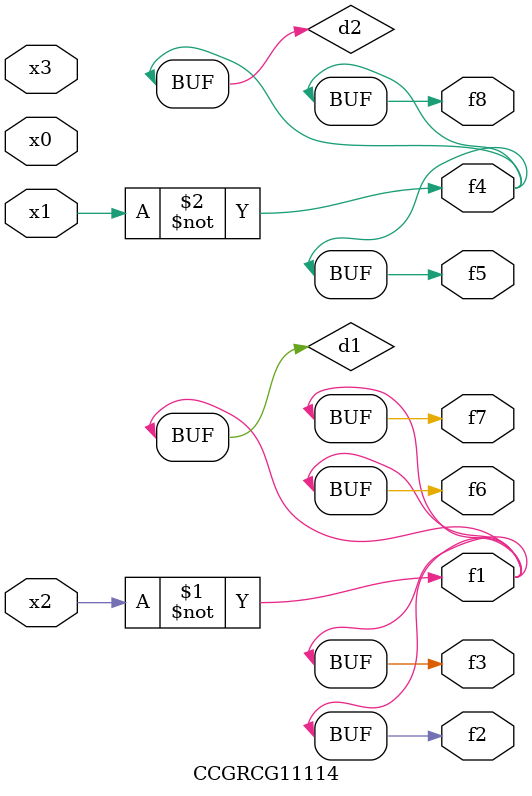
<source format=v>
module CCGRCG11114(
	input x0, x1, x2, x3,
	output f1, f2, f3, f4, f5, f6, f7, f8
);

	wire d1, d2;

	xnor (d1, x2);
	not (d2, x1);
	assign f1 = d1;
	assign f2 = d1;
	assign f3 = d1;
	assign f4 = d2;
	assign f5 = d2;
	assign f6 = d1;
	assign f7 = d1;
	assign f8 = d2;
endmodule

</source>
